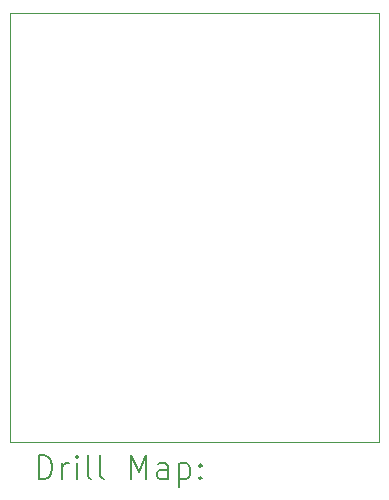
<source format=gbr>
%TF.GenerationSoftware,KiCad,Pcbnew,7.0.1-0*%
%TF.CreationDate,2023-04-20T22:45:17-04:00*%
%TF.ProjectId,Mousy,4d6f7573-792e-46b6-9963-61645f706362,rev?*%
%TF.SameCoordinates,Original*%
%TF.FileFunction,Drillmap*%
%TF.FilePolarity,Positive*%
%FSLAX45Y45*%
G04 Gerber Fmt 4.5, Leading zero omitted, Abs format (unit mm)*
G04 Created by KiCad (PCBNEW 7.0.1-0) date 2023-04-20 22:45:17*
%MOMM*%
%LPD*%
G01*
G04 APERTURE LIST*
%ADD10C,0.100000*%
%ADD11C,0.200000*%
G04 APERTURE END LIST*
D10*
X17754600Y-5461000D02*
X20878800Y-5461000D01*
X20878800Y-9093200D01*
X17754600Y-9093200D01*
X17754600Y-5461000D01*
D11*
X17997219Y-9410724D02*
X17997219Y-9210724D01*
X17997219Y-9210724D02*
X18044838Y-9210724D01*
X18044838Y-9210724D02*
X18073410Y-9220248D01*
X18073410Y-9220248D02*
X18092457Y-9239295D01*
X18092457Y-9239295D02*
X18101981Y-9258343D01*
X18101981Y-9258343D02*
X18111505Y-9296438D01*
X18111505Y-9296438D02*
X18111505Y-9325010D01*
X18111505Y-9325010D02*
X18101981Y-9363105D01*
X18101981Y-9363105D02*
X18092457Y-9382152D01*
X18092457Y-9382152D02*
X18073410Y-9401200D01*
X18073410Y-9401200D02*
X18044838Y-9410724D01*
X18044838Y-9410724D02*
X17997219Y-9410724D01*
X18197219Y-9410724D02*
X18197219Y-9277390D01*
X18197219Y-9315486D02*
X18206743Y-9296438D01*
X18206743Y-9296438D02*
X18216267Y-9286914D01*
X18216267Y-9286914D02*
X18235314Y-9277390D01*
X18235314Y-9277390D02*
X18254362Y-9277390D01*
X18321029Y-9410724D02*
X18321029Y-9277390D01*
X18321029Y-9210724D02*
X18311505Y-9220248D01*
X18311505Y-9220248D02*
X18321029Y-9229771D01*
X18321029Y-9229771D02*
X18330552Y-9220248D01*
X18330552Y-9220248D02*
X18321029Y-9210724D01*
X18321029Y-9210724D02*
X18321029Y-9229771D01*
X18444838Y-9410724D02*
X18425790Y-9401200D01*
X18425790Y-9401200D02*
X18416267Y-9382152D01*
X18416267Y-9382152D02*
X18416267Y-9210724D01*
X18549600Y-9410724D02*
X18530552Y-9401200D01*
X18530552Y-9401200D02*
X18521029Y-9382152D01*
X18521029Y-9382152D02*
X18521029Y-9210724D01*
X18778171Y-9410724D02*
X18778171Y-9210724D01*
X18778171Y-9210724D02*
X18844838Y-9353581D01*
X18844838Y-9353581D02*
X18911505Y-9210724D01*
X18911505Y-9210724D02*
X18911505Y-9410724D01*
X19092457Y-9410724D02*
X19092457Y-9305962D01*
X19092457Y-9305962D02*
X19082933Y-9286914D01*
X19082933Y-9286914D02*
X19063886Y-9277390D01*
X19063886Y-9277390D02*
X19025790Y-9277390D01*
X19025790Y-9277390D02*
X19006743Y-9286914D01*
X19092457Y-9401200D02*
X19073410Y-9410724D01*
X19073410Y-9410724D02*
X19025790Y-9410724D01*
X19025790Y-9410724D02*
X19006743Y-9401200D01*
X19006743Y-9401200D02*
X18997219Y-9382152D01*
X18997219Y-9382152D02*
X18997219Y-9363105D01*
X18997219Y-9363105D02*
X19006743Y-9344057D01*
X19006743Y-9344057D02*
X19025790Y-9334533D01*
X19025790Y-9334533D02*
X19073410Y-9334533D01*
X19073410Y-9334533D02*
X19092457Y-9325010D01*
X19187695Y-9277390D02*
X19187695Y-9477390D01*
X19187695Y-9286914D02*
X19206743Y-9277390D01*
X19206743Y-9277390D02*
X19244838Y-9277390D01*
X19244838Y-9277390D02*
X19263886Y-9286914D01*
X19263886Y-9286914D02*
X19273410Y-9296438D01*
X19273410Y-9296438D02*
X19282933Y-9315486D01*
X19282933Y-9315486D02*
X19282933Y-9372629D01*
X19282933Y-9372629D02*
X19273410Y-9391676D01*
X19273410Y-9391676D02*
X19263886Y-9401200D01*
X19263886Y-9401200D02*
X19244838Y-9410724D01*
X19244838Y-9410724D02*
X19206743Y-9410724D01*
X19206743Y-9410724D02*
X19187695Y-9401200D01*
X19368648Y-9391676D02*
X19378171Y-9401200D01*
X19378171Y-9401200D02*
X19368648Y-9410724D01*
X19368648Y-9410724D02*
X19359124Y-9401200D01*
X19359124Y-9401200D02*
X19368648Y-9391676D01*
X19368648Y-9391676D02*
X19368648Y-9410724D01*
X19368648Y-9286914D02*
X19378171Y-9296438D01*
X19378171Y-9296438D02*
X19368648Y-9305962D01*
X19368648Y-9305962D02*
X19359124Y-9296438D01*
X19359124Y-9296438D02*
X19368648Y-9286914D01*
X19368648Y-9286914D02*
X19368648Y-9305962D01*
M02*

</source>
